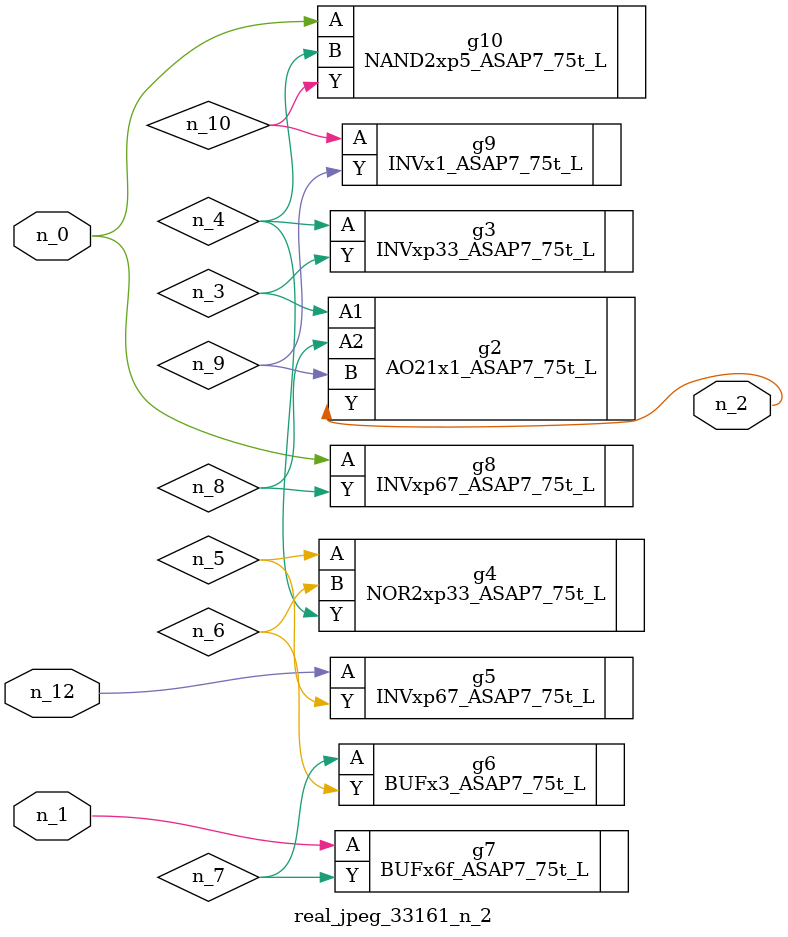
<source format=v>
module real_jpeg_33161_n_2 (n_12, n_1, n_0, n_2);

input n_12;
input n_1;
input n_0;

output n_2;

wire n_5;
wire n_8;
wire n_4;
wire n_6;
wire n_7;
wire n_3;
wire n_10;
wire n_9;

INVxp67_ASAP7_75t_L g8 ( 
.A(n_0),
.Y(n_8)
);

NAND2xp5_ASAP7_75t_L g10 ( 
.A(n_0),
.B(n_4),
.Y(n_10)
);

BUFx6f_ASAP7_75t_L g7 ( 
.A(n_1),
.Y(n_7)
);

AO21x1_ASAP7_75t_L g2 ( 
.A1(n_3),
.A2(n_8),
.B(n_9),
.Y(n_2)
);

INVxp33_ASAP7_75t_L g3 ( 
.A(n_4),
.Y(n_3)
);

NOR2xp33_ASAP7_75t_L g4 ( 
.A(n_5),
.B(n_6),
.Y(n_4)
);

BUFx3_ASAP7_75t_L g6 ( 
.A(n_7),
.Y(n_6)
);

INVx1_ASAP7_75t_L g9 ( 
.A(n_10),
.Y(n_9)
);

INVxp67_ASAP7_75t_L g5 ( 
.A(n_12),
.Y(n_5)
);


endmodule
</source>
